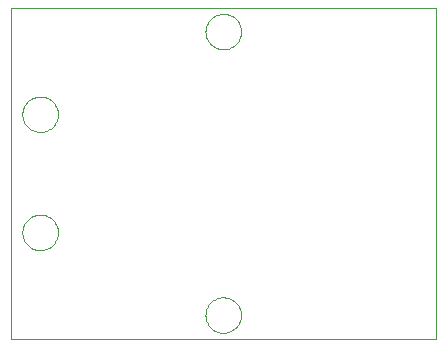
<source format=gko>
G75*
G70*
%OFA0B0*%
%FSLAX24Y24*%
%IPPOS*%
%LPD*%
%AMOC8*
5,1,8,0,0,1.08239X$1,22.5*
%
%ADD10C,0.0000*%
D10*
X008003Y000181D02*
X008003Y011205D01*
X022176Y011205D01*
X022176Y000181D01*
X008003Y000181D01*
X008396Y003725D02*
X008398Y003773D01*
X008404Y003821D01*
X008414Y003868D01*
X008427Y003914D01*
X008445Y003959D01*
X008465Y004003D01*
X008490Y004045D01*
X008518Y004084D01*
X008548Y004121D01*
X008582Y004155D01*
X008619Y004187D01*
X008657Y004216D01*
X008698Y004241D01*
X008741Y004263D01*
X008786Y004281D01*
X008832Y004295D01*
X008879Y004306D01*
X008927Y004313D01*
X008975Y004316D01*
X009023Y004315D01*
X009071Y004310D01*
X009119Y004301D01*
X009165Y004289D01*
X009210Y004272D01*
X009254Y004252D01*
X009296Y004229D01*
X009336Y004202D01*
X009374Y004172D01*
X009409Y004139D01*
X009441Y004103D01*
X009471Y004065D01*
X009497Y004024D01*
X009519Y003981D01*
X009539Y003937D01*
X009554Y003892D01*
X009566Y003845D01*
X009574Y003797D01*
X009578Y003749D01*
X009578Y003701D01*
X009574Y003653D01*
X009566Y003605D01*
X009554Y003558D01*
X009539Y003513D01*
X009519Y003469D01*
X009497Y003426D01*
X009471Y003385D01*
X009441Y003347D01*
X009409Y003311D01*
X009374Y003278D01*
X009336Y003248D01*
X009296Y003221D01*
X009254Y003198D01*
X009210Y003178D01*
X009165Y003161D01*
X009119Y003149D01*
X009071Y003140D01*
X009023Y003135D01*
X008975Y003134D01*
X008927Y003137D01*
X008879Y003144D01*
X008832Y003155D01*
X008786Y003169D01*
X008741Y003187D01*
X008698Y003209D01*
X008657Y003234D01*
X008619Y003263D01*
X008582Y003295D01*
X008548Y003329D01*
X008518Y003366D01*
X008490Y003405D01*
X008465Y003447D01*
X008445Y003491D01*
X008427Y003536D01*
X008414Y003582D01*
X008404Y003629D01*
X008398Y003677D01*
X008396Y003725D01*
X008396Y007662D02*
X008398Y007710D01*
X008404Y007758D01*
X008414Y007805D01*
X008427Y007851D01*
X008445Y007896D01*
X008465Y007940D01*
X008490Y007982D01*
X008518Y008021D01*
X008548Y008058D01*
X008582Y008092D01*
X008619Y008124D01*
X008657Y008153D01*
X008698Y008178D01*
X008741Y008200D01*
X008786Y008218D01*
X008832Y008232D01*
X008879Y008243D01*
X008927Y008250D01*
X008975Y008253D01*
X009023Y008252D01*
X009071Y008247D01*
X009119Y008238D01*
X009165Y008226D01*
X009210Y008209D01*
X009254Y008189D01*
X009296Y008166D01*
X009336Y008139D01*
X009374Y008109D01*
X009409Y008076D01*
X009441Y008040D01*
X009471Y008002D01*
X009497Y007961D01*
X009519Y007918D01*
X009539Y007874D01*
X009554Y007829D01*
X009566Y007782D01*
X009574Y007734D01*
X009578Y007686D01*
X009578Y007638D01*
X009574Y007590D01*
X009566Y007542D01*
X009554Y007495D01*
X009539Y007450D01*
X009519Y007406D01*
X009497Y007363D01*
X009471Y007322D01*
X009441Y007284D01*
X009409Y007248D01*
X009374Y007215D01*
X009336Y007185D01*
X009296Y007158D01*
X009254Y007135D01*
X009210Y007115D01*
X009165Y007098D01*
X009119Y007086D01*
X009071Y007077D01*
X009023Y007072D01*
X008975Y007071D01*
X008927Y007074D01*
X008879Y007081D01*
X008832Y007092D01*
X008786Y007106D01*
X008741Y007124D01*
X008698Y007146D01*
X008657Y007171D01*
X008619Y007200D01*
X008582Y007232D01*
X008548Y007266D01*
X008518Y007303D01*
X008490Y007342D01*
X008465Y007384D01*
X008445Y007428D01*
X008427Y007473D01*
X008414Y007519D01*
X008404Y007566D01*
X008398Y007614D01*
X008396Y007662D01*
X014498Y010418D02*
X014500Y010466D01*
X014506Y010514D01*
X014516Y010561D01*
X014529Y010607D01*
X014547Y010652D01*
X014567Y010696D01*
X014592Y010738D01*
X014620Y010777D01*
X014650Y010814D01*
X014684Y010848D01*
X014721Y010880D01*
X014759Y010909D01*
X014800Y010934D01*
X014843Y010956D01*
X014888Y010974D01*
X014934Y010988D01*
X014981Y010999D01*
X015029Y011006D01*
X015077Y011009D01*
X015125Y011008D01*
X015173Y011003D01*
X015221Y010994D01*
X015267Y010982D01*
X015312Y010965D01*
X015356Y010945D01*
X015398Y010922D01*
X015438Y010895D01*
X015476Y010865D01*
X015511Y010832D01*
X015543Y010796D01*
X015573Y010758D01*
X015599Y010717D01*
X015621Y010674D01*
X015641Y010630D01*
X015656Y010585D01*
X015668Y010538D01*
X015676Y010490D01*
X015680Y010442D01*
X015680Y010394D01*
X015676Y010346D01*
X015668Y010298D01*
X015656Y010251D01*
X015641Y010206D01*
X015621Y010162D01*
X015599Y010119D01*
X015573Y010078D01*
X015543Y010040D01*
X015511Y010004D01*
X015476Y009971D01*
X015438Y009941D01*
X015398Y009914D01*
X015356Y009891D01*
X015312Y009871D01*
X015267Y009854D01*
X015221Y009842D01*
X015173Y009833D01*
X015125Y009828D01*
X015077Y009827D01*
X015029Y009830D01*
X014981Y009837D01*
X014934Y009848D01*
X014888Y009862D01*
X014843Y009880D01*
X014800Y009902D01*
X014759Y009927D01*
X014721Y009956D01*
X014684Y009988D01*
X014650Y010022D01*
X014620Y010059D01*
X014592Y010098D01*
X014567Y010140D01*
X014547Y010184D01*
X014529Y010229D01*
X014516Y010275D01*
X014506Y010322D01*
X014500Y010370D01*
X014498Y010418D01*
X014498Y000969D02*
X014500Y001017D01*
X014506Y001065D01*
X014516Y001112D01*
X014529Y001158D01*
X014547Y001203D01*
X014567Y001247D01*
X014592Y001289D01*
X014620Y001328D01*
X014650Y001365D01*
X014684Y001399D01*
X014721Y001431D01*
X014759Y001460D01*
X014800Y001485D01*
X014843Y001507D01*
X014888Y001525D01*
X014934Y001539D01*
X014981Y001550D01*
X015029Y001557D01*
X015077Y001560D01*
X015125Y001559D01*
X015173Y001554D01*
X015221Y001545D01*
X015267Y001533D01*
X015312Y001516D01*
X015356Y001496D01*
X015398Y001473D01*
X015438Y001446D01*
X015476Y001416D01*
X015511Y001383D01*
X015543Y001347D01*
X015573Y001309D01*
X015599Y001268D01*
X015621Y001225D01*
X015641Y001181D01*
X015656Y001136D01*
X015668Y001089D01*
X015676Y001041D01*
X015680Y000993D01*
X015680Y000945D01*
X015676Y000897D01*
X015668Y000849D01*
X015656Y000802D01*
X015641Y000757D01*
X015621Y000713D01*
X015599Y000670D01*
X015573Y000629D01*
X015543Y000591D01*
X015511Y000555D01*
X015476Y000522D01*
X015438Y000492D01*
X015398Y000465D01*
X015356Y000442D01*
X015312Y000422D01*
X015267Y000405D01*
X015221Y000393D01*
X015173Y000384D01*
X015125Y000379D01*
X015077Y000378D01*
X015029Y000381D01*
X014981Y000388D01*
X014934Y000399D01*
X014888Y000413D01*
X014843Y000431D01*
X014800Y000453D01*
X014759Y000478D01*
X014721Y000507D01*
X014684Y000539D01*
X014650Y000573D01*
X014620Y000610D01*
X014592Y000649D01*
X014567Y000691D01*
X014547Y000735D01*
X014529Y000780D01*
X014516Y000826D01*
X014506Y000873D01*
X014500Y000921D01*
X014498Y000969D01*
M02*

</source>
